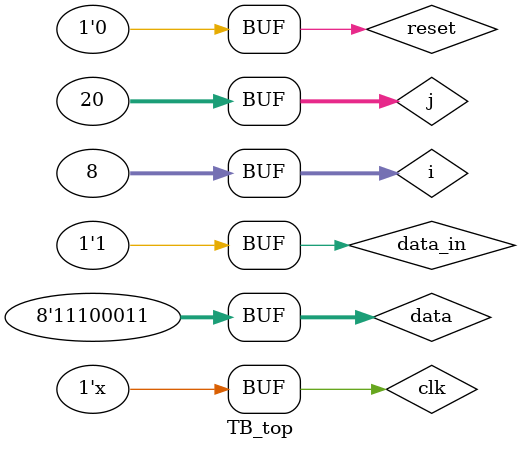
<source format=v>
`timescale 1ns / 1ps

module TB_top;

	// Inputs
	reg clk;
	reg reset;
	reg data_in;

	// Outputs
	wire data_out;
	wire [7:0] leds;

	// Instantiate the Unit Under Test (UUT)
	top uut (
		.clk(clk), 
		.reset(reset), 
		.data_in(data_in), 
		.data_out(data_out), 
		.leds(leds)
	);
	
	integer i,j;
	reg [7:0]data;

	initial begin
		// Initialize Inputs
		clk = 0;
		reset = 1;
		data_in = 0;
      data = 227;

		// Wait 100 ns for global reset to finish
		#100;
		reset = 0;
        
		// Add stimulus here
		#5 data_in=0;
		for(j=0;j<20;j=j+1)begin
			for(i=0;i<8;i=i+1)begin		
				#300	
				data_in = data[i];		
			end
			#300	
			data_in = 1;	
	   end
	end

always
#10 clk=!clk;

      
endmodule

</source>
